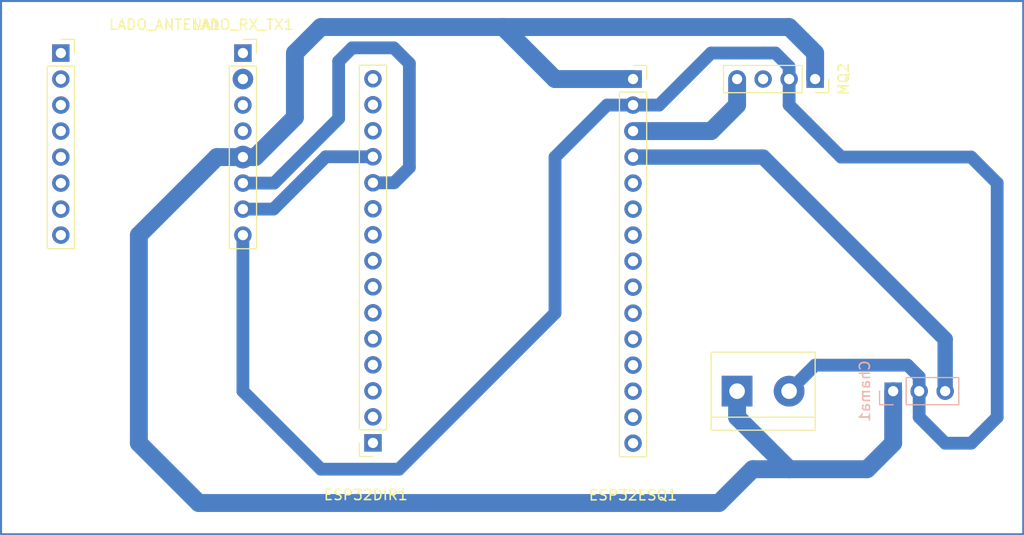
<source format=kicad_pcb>
(kicad_pcb (version 20221018) (generator pcbnew)
  (layers (0 "F.Cu" signal) (31 "B.Cu" signal) (34 "B.Paste" user) (35 "F.Paste" user) (36 "B.SilkS" user "B.Silkscreen") (37 "F.SilkS" user "F.Silkscreen") (38 "B.Mask" user) (39 "F.Mask" user) (44 "Edge.Cuts" user))
  (net 0 "")
  (net 1 "/5V")
  (net 2 "GND")
  (net 15 "/TX")
  (net 16 "/RX")
  (net 17 "/A0")
  (net 18 "/D1")
  (footprint "Connector_PinSocket_2.54mm:PinSocket_1x08_P2.54mm_Vertical" (layer "F.Cu") (at 101.6 76.2)
    (fp_text reference "LADO_RX_TX1" (at 0 -2.77) (layer "F.SilkS"))
    (fp_text value "Conn_01x08_Male")
    (fp_line (start -1.33 1.27) (end -1.33 19.11) (stroke (width 0.12)) (layer "F.SilkS"))
    (fp_line (start -1.33 1.27) (end 1.33 1.27) (stroke (width 0.12)) (layer "F.SilkS"))
    (fp_line (start -1.33 19.11) (end 1.33 19.11) (stroke (width 0.12)) (layer "F.SilkS"))
    (fp_line (start 0 -1.33) (end 1.33 -1.33) (stroke (width 0.12)) (layer "F.SilkS"))
    (fp_line (start 1.33 -1.33) (end 1.33 0) (stroke (width 0.12)) (layer "F.SilkS"))
    (fp_line (start 1.33 1.27) (end 1.33 19.11) (stroke (width 0.12)) (layer "F.SilkS"))
    (pad "1" thru_hole rect (at 0 0) (size 1.7 1.7) (drill 1) (layers "*.Cu" "*.Mask"))
    (pad "2" thru_hole oval (at 0 2.54) (size 2 2) (drill 1) (layers "*.Cu" "*.Mask"))
    (pad "3" thru_hole oval (at 0 5.08) (size 1.7 1.7) (drill 1) (layers "*.Cu" "*.Mask"))
    (pad "4" thru_hole oval (at 0 7.62) (size 1.7 1.7) (drill 1) (layers "*.Cu" "*.Mask"))
    (pad "5" thru_hole oval (at 0 10.16) (size 2.2 2.2) (drill 1) (layers "*.Cu" "*.Mask") (net 1 "/5V"))
    (pad "6" thru_hole oval (at 0 12.7) (size 1.7 1.7) (drill 1) (layers "*.Cu" "*.Mask") (net 15 "/TX"))
    (pad "7" thru_hole oval (at 0 15.24) (size 1.7 1.7) (drill 1) (layers "*.Cu" "*.Mask") (net 16 "/RX"))
    (pad "8" thru_hole oval (at 0 17.78) (size 1.7 1.7) (drill 1) (layers "*.Cu" "*.Mask") (net 2 "GND"))
  )
  (footprint "Connector_PinSocket_2.54mm:PinSocket_1x08_P2.54mm_Vertical" (layer "F.Cu") (at 83.82 76.2)
    (fp_text reference "LADO_ANTENA1" (at 10.16 -2.77) (layer "F.SilkS"))
    (fp_text value "Conn_01x08_Male")
    (fp_line (start -1.33 1.27) (end -1.33 19.11) (stroke (width 0.12)) (layer "F.SilkS"))
    (fp_line (start -1.33 1.27) (end 1.33 1.27) (stroke (width 0.12)) (layer "F.SilkS"))
    (fp_line (start -1.33 19.11) (end 1.33 19.11) (stroke (width 0.12)) (layer "F.SilkS"))
    (fp_line (start 0 -1.33) (end 1.33 -1.33) (stroke (width 0.12)) (layer "F.SilkS"))
    (fp_line (start 1.33 -1.33) (end 1.33 0) (stroke (width 0.12)) (layer "F.SilkS"))
    (fp_line (start 1.33 1.27) (end 1.33 19.11) (stroke (width 0.12)) (layer "F.SilkS"))
    (pad "1" thru_hole rect (at 0 0) (size 1.7 1.7) (drill 1) (layers "*.Cu" "*.Mask"))
    (pad "2" thru_hole oval (at 0 2.54) (size 1.7 1.7) (drill 1) (layers "*.Cu" "*.Mask"))
    (pad "3" thru_hole oval (at 0 5.08) (size 1.7 1.7) (drill 1) (layers "*.Cu" "*.Mask"))
    (pad "4" thru_hole oval (at 0 7.62) (size 1.7 1.7) (drill 1) (layers "*.Cu" "*.Mask"))
    (pad "5" thru_hole oval (at 0 10.16) (size 1.7 1.7) (drill 1) (layers "*.Cu" "*.Mask"))
    (pad "6" thru_hole oval (at 0 12.7) (size 1.7 1.7) (drill 1) (layers "*.Cu" "*.Mask"))
    (pad "7" thru_hole oval (at 0 15.24) (size 1.7 1.7) (drill 1) (layers "*.Cu" "*.Mask"))
    (pad "8" thru_hole oval (at 0 17.78) (size 1.7 1.7) (drill 1) (layers "*.Cu" "*.Mask"))
  )
  (footprint "TerminalBlock:TerminalBlock_bornier-2_P5.08mm" (layer "F.Cu") (at 149.86 109.22)
    (fp_text reference "FONTE1" hide)
    (fp_text value "Conn_01x02_Male")
    (fp_line (start -2.54 -3.81) (end -2.54 3.81) (stroke (width 0.12)) (layer "F.SilkS"))
    (fp_line (start -2.54 3.81) (end 7.62 3.81) (stroke (width 0.12)) (layer "F.SilkS"))
    (fp_line (start 7.62 -3.81) (end -2.54 -3.81) (stroke (width 0.12)) (layer "F.SilkS"))
    (fp_line (start 7.62 2.54) (end -2.54 2.54) (stroke (width 0.12)) (layer "F.SilkS"))
    (fp_line (start 7.62 3.81) (end 7.62 -3.81) (stroke (width 0.12)) (layer "F.SilkS"))
    (pad "1" thru_hole rect (at 0 0) (size 3 3) (drill 1.52) (layers "*.Cu" "*.Mask") (net 1 "/5V"))
    (pad "2" thru_hole circle (at 5.08 0) (size 3 3) (drill 1.52) (layers "*.Cu" "*.Mask") (net 2 "GND"))
  )
  (footprint "Connector_PinSocket_2.54mm:PinSocket_1x15_P2.54mm_Vertical" (layer "F.Cu") (at 139.7 78.74)
    (fp_text reference "ESP32ESQ1" (at 0 40.64) (layer "F.SilkS"))
    (fp_text value "Conn_01x15_Pin" hide)
    (fp_line (start -1.33 1.27) (end -1.33 36.89) (stroke (width 0.12)) (layer "F.SilkS"))
    (fp_line (start -1.33 1.27) (end 1.33 1.27) (stroke (width 0.12)) (layer "F.SilkS"))
    (fp_line (start -1.33 36.89) (end 1.33 36.89) (stroke (width 0.12)) (layer "F.SilkS"))
    (fp_line (start 0 -1.33) (end 1.33 -1.33) (stroke (width 0.12)) (layer "F.SilkS"))
    (fp_line (start 1.33 -1.33) (end 1.33 0) (stroke (width 0.12)) (layer "F.SilkS"))
    (fp_line (start 1.33 1.27) (end 1.33 36.89) (stroke (width 0.12)) (layer "F.SilkS"))
    (pad "1" thru_hole rect (at 0 0) (size 1.7 1.7) (drill 1) (layers "*.Cu" "*.Mask") (net 1 "/5V"))
    (pad "2" thru_hole oval (at 0 2.54) (size 1.7 1.7) (drill 1) (layers "*.Cu" "*.Mask") (net 2 "GND"))
    (pad "3" thru_hole oval (at 0 5.08) (size 1.7 1.7) (drill 1) (layers "*.Cu" "*.Mask") (net 17 "/A0"))
    (pad "4" thru_hole oval (at 0 7.62) (size 1.7 1.7) (drill 1) (layers "*.Cu" "*.Mask") (net 18 "/D1"))
    (pad "5" thru_hole oval (at 0 10.16) (size 1.7 1.7) (drill 1) (layers "*.Cu" "*.Mask"))
    (pad "6" thru_hole oval (at 0 12.7) (size 1.7 1.7) (drill 1) (layers "*.Cu" "*.Mask"))
    (pad "7" thru_hole oval (at 0 15.24) (size 1.7 1.7) (drill 1) (layers "*.Cu" "*.Mask"))
    (pad "8" thru_hole oval (at 0 17.78) (size 1.7 1.7) (drill 1) (layers "*.Cu" "*.Mask"))
    (pad "9" thru_hole oval (at 0 20.32) (size 1.7 1.7) (drill 1) (layers "*.Cu" "*.Mask"))
    (pad "10" thru_hole oval (at 0 22.86) (size 1.7 1.7) (drill 1) (layers "*.Cu" "*.Mask"))
    (pad "11" thru_hole oval (at 0 25.4) (size 1.7 1.7) (drill 1) (layers "*.Cu" "*.Mask"))
    (pad "12" thru_hole oval (at 0 27.94) (size 1.7 1.7) (drill 1) (layers "*.Cu" "*.Mask"))
    (pad "13" thru_hole oval (at 0 30.48) (size 1.7 1.7) (drill 1) (layers "*.Cu" "*.Mask"))
    (pad "14" thru_hole oval (at 0 33.02) (size 1.7 1.7) (drill 1) (layers "*.Cu" "*.Mask"))
    (pad "15" thru_hole oval (at 0 35.56) (size 1.7 1.7) (drill 1) (layers "*.Cu" "*.Mask"))
  )
  (footprint "Connector_PinSocket_2.54mm:PinSocket_1x15_P2.54mm_Vertical" (layer "F.Cu") (at 114.3 114.27 180)
    (fp_text reference "ESP32DIR1" (at 0.698452 -5.08) (layer "F.SilkS"))
    (fp_text value "Conn_01x15_Pin" hide)
    (fp_line (start -1.33 1.27) (end -1.33 36.89) (stroke (width 0.12)) (layer "F.SilkS"))
    (fp_line (start -1.33 1.27) (end 1.33 1.27) (stroke (width 0.12)) (layer "F.SilkS"))
    (fp_line (start -1.33 36.89) (end 1.33 36.89) (stroke (width 0.12)) (layer "F.SilkS"))
    (fp_line (start 0 -1.33) (end 1.33 -1.33) (stroke (width 0.12)) (layer "F.SilkS"))
    (fp_line (start 1.33 -1.33) (end 1.33 0) (stroke (width 0.12)) (layer "F.SilkS"))
    (fp_line (start 1.33 1.27) (end 1.33 36.89) (stroke (width 0.12)) (layer "F.SilkS"))
    (pad "1" thru_hole rect (at 0 0 180) (size 1.7 1.7) (drill 1) (layers "*.Cu" "*.Mask"))
    (pad "2" thru_hole oval (at 0 2.54 180) (size 1.7 1.7) (drill 1) (layers "*.Cu" "*.Mask"))
    (pad "3" thru_hole oval (at 0 5.08 180) (size 1.7 1.7) (drill 1) (layers "*.Cu" "*.Mask"))
    (pad "4" thru_hole oval (at 0 7.62 180) (size 1.7 1.7) (drill 1) (layers "*.Cu" "*.Mask"))
    (pad "5" thru_hole oval (at 0 10.16 180) (size 1.7 1.7) (drill 1) (layers "*.Cu" "*.Mask"))
    (pad "6" thru_hole oval (at 0 12.7 180) (size 1.7 1.7) (drill 1) (layers "*.Cu" "*.Mask"))
    (pad "7" thru_hole oval (at 0 15.24 180) (size 1.7 1.7) (drill 1) (layers "*.Cu" "*.Mask"))
    (pad "8" thru_hole oval (at 0 17.78 180) (size 1.7 1.7) (drill 1) (layers "*.Cu" "*.Mask"))
    (pad "9" thru_hole oval (at 0 20.32 180) (size 1.7 1.7) (drill 1) (layers "*.Cu" "*.Mask"))
    (pad "10" thru_hole oval (at 0 22.86 180) (size 1.7 1.7) (drill 1) (layers "*.Cu" "*.Mask"))
    (pad "11" thru_hole oval (at 0 25.4 180) (size 1.7 1.7) (drill 1) (layers "*.Cu" "*.Mask") (net 15 "/TX"))
    (pad "12" thru_hole oval (at 0 27.94 180) (size 1.7 1.7) (drill 1) (layers "*.Cu" "*.Mask") (net 16 "/RX"))
    (pad "13" thru_hole oval (at 0 30.48 180) (size 1.7 1.7) (drill 1) (layers "*.Cu" "*.Mask"))
    (pad "14" thru_hole oval (at 0 33.02 180) (size 1.7 1.7) (drill 1) (layers "*.Cu" "*.Mask"))
    (pad "15" thru_hole oval (at 0 35.56 180) (size 1.7 1.7) (drill 1) (layers "*.Cu" "*.Mask"))
  )
  (footprint "Connector_PinSocket_2.54mm:PinSocket_1x04_P2.54mm_Vertical" (layer "F.Cu") (at 157.48 78.74 -90)
    (fp_text reference "MQ2" (at 0 -2.77 90) (layer "F.SilkS"))
    (fp_text value "Conn_01x04_Male" hide)
    (fp_line (start -1.33 1.27) (end -1.33 8.95) (stroke (width 0.12)) (layer "F.SilkS"))
    (fp_line (start -1.33 1.27) (end 1.33 1.27) (stroke (width 0.12)) (layer "F.SilkS"))
    (fp_line (start -1.33 8.95) (end 1.33 8.95) (stroke (width 0.12)) (layer "F.SilkS"))
    (fp_line (start 0 -1.33) (end 1.33 -1.33) (stroke (width 0.12)) (layer "F.SilkS"))
    (fp_line (start 1.33 -1.33) (end 1.33 0) (stroke (width 0.12)) (layer "F.SilkS"))
    (fp_line (start 1.33 1.27) (end 1.33 8.95) (stroke (width 0.12)) (layer "F.SilkS"))
    (pad "1" thru_hole rect (at 0 0 270) (size 1.7 1.7) (drill 1) (layers "*.Cu" "*.Mask") (net 1 "/5V"))
    (pad "2" thru_hole oval (at 0 2.54 270) (size 1.7 1.7) (drill 1) (layers "*.Cu" "*.Mask") (net 2 "GND"))
    (pad "3" thru_hole oval (at 0 5.08 270) (size 1.7 1.7) (drill 1) (layers "*.Cu" "*.Mask"))
    (pad "4" thru_hole oval (at 0 7.62 270) (size 1.7 1.7) (drill 1) (layers "*.Cu" "*.Mask") (net 17 "/A0"))
  )
  (footprint "Connector_PinSocket_2.54mm:PinSocket_1x03_P2.54mm_Vertical" (layer "B.Cu") (at 165.1 109.22 -90)
    (fp_text reference "Chama1" (at 0 2.77 90) (layer "B.SilkS") (effects (justify mirror)))
    (fp_text value "Conn_01x03_Pin" hide)
    (fp_line (start -1.33 -6.41) (end 1.33 -6.41) (stroke (width 0.12)) (layer "B.SilkS"))
    (fp_line (start -1.33 -1.27) (end -1.33 -6.41) (stroke (width 0.12)) (layer "B.SilkS"))
    (fp_line (start -1.33 -1.27) (end 1.33 -1.27) (stroke (width 0.12)) (layer "B.SilkS"))
    (fp_line (start 0 1.33) (end 1.33 1.33) (stroke (width 0.12)) (layer "B.SilkS"))
    (fp_line (start 1.33 -1.27) (end 1.33 -6.41) (stroke (width 0.12)) (layer "B.SilkS"))
    (fp_line (start 1.33 1.33) (end 1.33 0) (stroke (width 0.12)) (layer "B.SilkS"))
    (pad "1" thru_hole rect (at 0 0 270) (size 1.7 1.7) (drill 1) (layers "*.Cu" "*.Mask") (net 1 "/5V"))
    (pad "2" thru_hole oval (at 0 -2.54 270) (size 1.7 1.7) (drill 1) (layers "*.Cu" "*.Mask") (net 2 "GND"))
    (pad "3" thru_hole oval (at 0 -5.08 270) (size 1.7 1.7) (drill 1) (layers "*.Cu" "*.Mask") (net 18 "/D1"))
  )
  (gr_rect (start 77.978 71.12) (end 177.8 123.19) (stroke (width 0.2)) (fill none) (layer "B.Cu"))
  (segment (start 91.44 114.3) (end 91.44 93.98) (width 1.75) (layer "B.Cu") (net 1))
  (segment (start 154.94 116.84) (end 151.384 116.84) (width 1.75) (layer "B.Cu") (net 1))
  (segment (start 151.384 116.84) (end 148.082 120.142) (width 1.75) (layer "B.Cu") (net 1))
  (segment (start 154.94 73.66) (end 157.48 76.2) (width 1.75) (layer "B.Cu") (net 1))
  (segment (start 132.08 78.74) (end 139.7 78.74) (width 1.75) (layer "B.Cu") (net 1))
  (segment (start 102.802081 86.36) (end 106.68 82.482081) (width 1.75) (layer "B.Cu") (net 1))
  (segment (start 109.22 73.66) (end 127 73.66) (width 1.75) (layer "B.Cu") (net 1))
  (segment (start 149.86 109.22) (end 149.86 111.76) (width 1.75) (layer "B.Cu") (net 1))
  (segment (start 97.282 120.142) (end 91.44 114.3) (width 1.75) (layer "B.Cu") (net 1))
  (segment (start 106.68 76.2) (end 109.22 73.66) (width 1.75) (layer "B.Cu") (net 1))
  (segment (start 106.68 82.482081) (end 106.68 76.2) (width 1.75) (layer "B.Cu") (net 1))
  (segment (start 148.082 120.142) (end 97.282 120.142) (width 1.75) (layer "B.Cu") (net 1))
  (segment (start 149.86 111.76) (end 154.94 116.84) (width 1.75) (layer "B.Cu") (net 1))
  (segment (start 154.94 116.84) (end 162.56 116.84) (width 1.75) (layer "B.Cu") (net 1))
  (segment (start 127 73.66) (end 154.94 73.66) (width 1.75) (layer "B.Cu") (net 1))
  (segment (start 162.56 116.84) (end 165.1 114.3) (width 1.75) (layer "B.Cu") (net 1))
  (segment (start 91.44 93.98) (end 99.06 86.36) (width 1.75) (layer "B.Cu") (net 1))
  (segment (start 165.1 114.3) (end 165.1 109.22) (width 1.75) (layer "B.Cu") (net 1))
  (segment (start 101.6 86.36) (end 102.802081 86.36) (width 1.75) (layer "B.Cu") (net 1))
  (segment (start 127 73.66) (end 132.08 78.74) (width 1.75) (layer "B.Cu") (net 1))
  (segment (start 99.06 86.36) (end 101.6 86.36) (width 1.75) (layer "B.Cu") (net 1))
  (segment (start 157.48 76.2) (end 157.48 78.74) (width 1.75) (layer "B.Cu") (net 1))
  (segment (start 167.64 109.22) (end 167.64 111.76) (width 1.25) (layer "B.Cu") (net 2))
  (segment (start 139.7 81.28) (end 137.16 81.28) (width 1.25) (layer "B.Cu") (net 2))
  (segment (start 172.72 86.36) (end 160.02 86.36) (width 1.25) (layer "B.Cu") (net 2))
  (segment (start 101.6 109.22) (end 101.6 93.98) (width 1.25) (layer "B.Cu") (net 2))
  (segment (start 137.16 81.28) (end 132.08 86.36) (width 1.25) (layer "B.Cu") (net 2))
  (segment (start 167.64 107.81) (end 167.64 109.22) (width 1.25) (layer "B.Cu") (net 2))
  (segment (start 132.08 101.6) (end 116.84 116.84) (width 1.25) (layer "B.Cu") (net 2))
  (segment (start 144.78 78.74) (end 142.24 81.28) (width 1.25) (layer "B.Cu") (net 2))
  (segment (start 116.84 116.84) (end 109.22 116.84) (width 1.25) (layer "B.Cu") (net 2))
  (segment (start 109.22 116.84) (end 101.6 109.22) (width 1.25) (layer "B.Cu") (net 2))
  (segment (start 172.72 114.3) (end 175.26 111.76) (width 1.25) (layer "B.Cu") (net 2))
  (segment (start 142.24 81.28) (end 139.7 81.28) (width 1.25) (layer "B.Cu") (net 2))
  (segment (start 154.94 78.74) (end 154.94 77.537919) (width 1.25) (layer "B.Cu") (net 2))
  (segment (start 154.94 81.28) (end 154.94 78.74) (width 1.25) (layer "B.Cu") (net 2))
  (segment (start 154.94 77.537919) (end 153.602081 76.2) (width 1.25) (layer "B.Cu") (net 2))
  (segment (start 154.94 109.22) (end 157.48 106.68) (width 1.25) (layer "B.Cu") (net 2))
  (segment (start 132.08 86.36) (end 132.08 101.6) (width 1.25) (layer "B.Cu") (net 2))
  (segment (start 175.26 111.76) (end 175.26 88.9) (width 1.25) (layer "B.Cu") (net 2))
  (segment (start 166.51 106.68) (end 167.64 107.81) (width 1.25) (layer "B.Cu") (net 2))
  (segment (start 147.32 76.2) (end 144.78 78.74) (width 1.25) (layer "B.Cu") (net 2))
  (segment (start 175.26 88.9) (end 172.72 86.36) (width 1.25) (layer "B.Cu") (net 2))
  (segment (start 157.48 106.68) (end 166.51 106.68) (width 1.25) (layer "B.Cu") (net 2))
  (segment (start 152.4 76.2) (end 147.32 76.2) (width 1.25) (layer "B.Cu") (net 2))
  (segment (start 153.602081 76.2) (end 152.4 76.2) (width 1.25) (layer "B.Cu") (net 2))
  (segment (start 160.02 86.36) (end 154.94 81.28) (width 1.25) (layer "B.Cu") (net 2))
  (segment (start 170.18 114.3) (end 172.72 114.3) (width 1.25) (layer "B.Cu") (net 2))
  (segment (start 167.64 111.76) (end 170.18 114.3) (width 1.25) (layer "B.Cu") (net 2))
  (segment (start 117.856 87.376) (end 117.856 77.216) (width 1.25) (layer "B.Cu") (net 15))
  (segment (start 116.332 75.692) (end 112.268 75.692) (width 1.25) (layer "B.Cu") (net 15))
  (segment (start 116.362 88.87) (end 117.856 87.376) (width 1.25) (layer "B.Cu") (net 15))
  (segment (start 110.95 77.01) (end 110.95 82.598) (width 1.25) (layer "B.Cu") (net 15))
  (segment (start 104.648 88.9) (end 110.95 82.598) (width 1.25) (layer "B.Cu") (net 15))
  (segment (start 112.268 75.692) (end 110.95 77.01) (width 1.25) (layer "B.Cu") (net 15))
  (segment (start 114.3 88.87) (end 116.362 88.87) (width 1.25) (layer "B.Cu") (net 15))
  (segment (start 117.856 77.216) (end 116.332 75.692) (width 1.25) (layer "B.Cu") (net 15))
  (segment (start 101.6 88.9) (end 104.648 88.9) (width 1.25) (layer "B.Cu") (net 15))
  (segment (start 104.582874 91.44) (end 101.6 91.44) (width 1.25) (layer "B.Cu") (net 16))
  (segment (start 114.3 86.33) (end 109.692874 86.33) (width 1.25) (layer "B.Cu") (net 16))
  (segment (start 109.692874 86.33) (end 104.582874 91.44) (width 1.25) (layer "B.Cu") (net 16))
  (segment (start 139.7 83.82) (end 147.32 83.82) (width 1.75) (layer "B.Cu") (net 17))
  (segment (start 149.86 81.28) (end 149.86 78.74) (width 1.75) (layer "B.Cu") (net 17))
  (segment (start 147.32 83.82) (end 149.86 81.28) (width 1.75) (layer "B.Cu") (net 17))
  (segment (start 170.18 104.14) (end 170.18 109.22) (width 1.5) (layer "B.Cu") (net 18))
  (segment (start 152.4 86.36) (end 170.18 104.14) (width 1.5) (layer "B.Cu") (net 18))
  (segment (start 139.7 86.36) (end 152.4 86.36) (width 1.5) (layer "B.Cu") (net 18))
)
</source>
